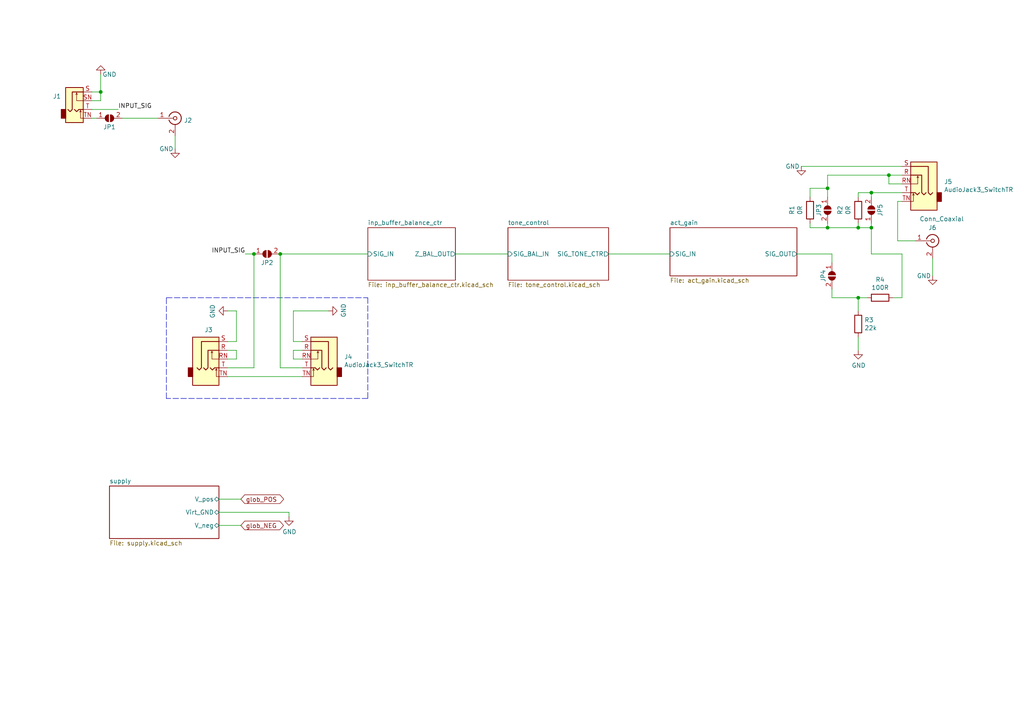
<source format=kicad_sch>
(kicad_sch (version 20211123) (generator eeschema)
  (paper "A4")
  (lib_symbols
    (symbol "Connector:AudioJack2_Switch"
      (property "Reference" "J" (at 0 11.43 0))
      (property "Value" "AudioJack2_Switch" (at 0 8.89 0))
      (symbol "AudioJack2_Switch_0_1"
        (rectangle (start -2.54 0) (end -3.81 -2.54) (stroke (width 0.254)) (fill (type outline)))
        (rectangle (start 2.54 6.35) (end -2.54 -3.81) (stroke (width 0.254)) (fill (type background)))
      )
      (symbol "AudioJack2_Switch_1_1"
        (polyline (pts (xy 0.635 4.826) (xy 0.889 4.318)))
        (polyline (pts (xy 1.778 -0.254) (xy 2.032 -0.762)))
        (polyline (pts (xy 0 0) (xy 0.635 -0.635) (xy 1.27 0) (xy 2.54 0)) (stroke (width 0.254)))
        (polyline (pts (xy 2.54 -2.54) (xy 1.778 -2.54) (xy 1.778 -0.254) (xy 1.524 -0.762)))
        (polyline (pts (xy 2.54 2.54) (xy 0.635 2.54) (xy 0.635 4.826) (xy 0.381 4.318)))
        (polyline (pts (xy 2.54 5.08) (xy -0.635 5.08) (xy -0.635 0) (xy -1.27 -0.635) (xy -1.905 0)) (stroke (width 0.254)))
        (pin passive line (at 5.08 5.08 180) (length 2.54) (name "~") (number "S"))
        (pin passive line (at 5.08 2.54 180) (length 2.54) (name "~") (number "SN"))
        (pin passive line (at 5.08 0 180) (length 2.54) (name "~") (number "T"))
        (pin passive line (at 5.08 -2.54 180) (length 2.54) (name "~") (number "TN"))
      )
    )
    (symbol "Connector:AudioJack3_SwitchTR"
      (property "Reference" "J" (at 0 8.89 0))
      (property "Value" "AudioJack3_SwitchTR" (at 0 6.35 0))
      (symbol "AudioJack3_SwitchTR_0_1"
        (rectangle (start -5.08 -5.08) (end -6.35 -7.62) (stroke (width 0.254)) (fill (type outline)))
        (polyline (pts (xy 0.508 -0.254) (xy 0.762 -0.762)))
        (polyline (pts (xy 1.778 -5.334) (xy 2.032 -5.842)))
        (polyline (pts (xy 0 -5.08) (xy 0.635 -5.715) (xy 1.27 -5.08) (xy 2.54 -5.08)) (stroke (width 0.254)))
        (polyline (pts (xy 2.54 -7.62) (xy 1.778 -7.62) (xy 1.778 -5.334) (xy 1.524 -5.842)))
        (polyline (pts (xy 2.54 -2.54) (xy 0.508 -2.54) (xy 0.508 -0.254) (xy 0.254 -0.762)))
        (polyline (pts (xy -1.905 -5.08) (xy -1.27 -5.715) (xy -0.635 -5.08) (xy -0.635 0) (xy 2.54 0)) (stroke (width 0.254)))
        (polyline (pts (xy 2.54 2.54) (xy -2.54 2.54) (xy -2.54 -5.08) (xy -3.175 -5.715) (xy -3.81 -5.08)) (stroke (width 0.254)))
        (rectangle (start 2.54 3.81) (end -5.08 -10.16) (stroke (width 0.254)) (fill (type background)))
      )
      (symbol "AudioJack3_SwitchTR_1_1"
        (pin passive line (at 5.08 0 180) (length 2.54) (name "~") (number "R"))
        (pin passive line (at 5.08 -2.54 180) (length 2.54) (name "~") (number "RN"))
        (pin passive line (at 5.08 2.54 180) (length 2.54) (name "~") (number "S"))
        (pin passive line (at 5.08 -5.08 180) (length 2.54) (name "~") (number "T"))
        (pin passive line (at 5.08 -7.62 180) (length 2.54) (name "~") (number "TN"))
      )
    )
    (symbol "Connector:Conn_Coaxial" (pin_names (offset 1.016) hide)
      (property "Reference" "J" (at 0.254 3.048 0))
      (property "Value" "Conn_Coaxial" (at 2.921 0 90))
      (symbol "Conn_Coaxial_0_1"
        (arc (start -1.778 -0.508) (mid 0.2311 -1.8066) (end 1.778 0) (stroke (width 0.254)))
        (polyline (pts (xy -2.54 0) (xy -0.508 0)))
        (polyline (pts (xy 0 -2.54) (xy 0 -1.778)))
        (circle (center 0 0) (radius 0.508) (stroke (width 0.2032)))
        (arc (start 1.778 0) (mid 0.2099 1.8101) (end -1.778 0.508) (stroke (width 0.254)))
      )
      (symbol "Conn_Coaxial_1_1"
        (pin passive line (at -5.08 0 0) (length 2.54) (name "In") (number "1"))
        (pin passive line (at 0 -5.08 90) (length 2.54) (name "Ext") (number "2"))
      )
    )
    (symbol "Device:R" (pin_numbers hide) (pin_names (offset 0))
      (property "Reference" "R" (at 2.032 0 90))
      (property "Value" "R" (at 0 0 90))
      (symbol "R_0_1"
        (rectangle (start -1.016 -2.54) (end 1.016 2.54) (stroke (width 0.254)))
      )
      (symbol "R_1_1"
        (pin passive line (at 0 3.81 270) (length 1.27) (name "~") (number "1"))
        (pin passive line (at 0 -3.81 90) (length 1.27) (name "~") (number "2"))
      )
    )
    (symbol "Jumper:SolderJumper_2_Open" (pin_names (offset 0) hide)
      (property "Reference" "JP" (at 0 2.032 0))
      (property "Value" "SolderJumper_2_Open" (at 0 -2.54 0))
      (symbol "SolderJumper_2_Open_0_1"
        (arc (start -0.254 1.016) (mid -1.27 0) (end -0.254 -1.016))
        (arc (start -0.254 1.016) (mid -1.27 0) (end -0.254 -1.016) (fill (type outline)))
        (polyline (pts (xy -0.254 1.016) (xy -0.254 -1.016)))
        (polyline (pts (xy 0.254 1.016) (xy 0.254 -1.016)))
        (arc (start 0.254 -1.016) (mid 1.27 0) (end 0.254 1.016))
        (arc (start 0.254 -1.016) (mid 1.27 0) (end 0.254 1.016) (fill (type outline)))
      )
      (symbol "SolderJumper_2_Open_1_1"
        (pin passive line (at -3.81 0 0) (length 2.54) (name "A") (number "1"))
        (pin passive line (at 3.81 0 180) (length 2.54) (name "B") (number "2"))
      )
    )
    (symbol "power:GND" (power) (pin_names (offset 0))
      (property "Value" "GND" (at 0 -3.81 0))
      (symbol "GND_0_1"
        (polyline (pts (xy 0 0) (xy 0 -1.27) (xy 1.27 -1.27) (xy 0 -2.54) (xy -1.27 -1.27) (xy 0 -1.27)))
      )
      (symbol "GND_1_1"
        (pin power_in line (at 0 0 270) (length 0) hide (name "GND") (number "1"))
      )
    )
  )
  (junction (at 29.21 26.67))
  (junction (at 252.73 55.88))
  (junction (at 73.66 73.66))
  (junction (at 248.92 66.04))
  (junction (at 81.28 73.66))
  (junction (at 257.81 50.8))
  (junction (at 240.03 66.04))
  (junction (at 240.03 54.61))
  (junction (at 248.92 86.36))
  (junction (at 252.73 66.04))
  (wire (pts (xy 248.92 101.6) (xy 248.92 97.79)))
  (wire (pts (xy 240.03 54.61) (xy 240.03 57.15)))
  (wire (pts (xy 63.5 148.59) (xy 83.82 148.59)))
  (polyline (pts (xy 48.26 115.57) (xy 48.26 86.36)))
  (wire (pts (xy 85.09 104.14) (xy 87.63 104.14)))
  (wire (pts (xy 29.21 26.67) (xy 29.21 21.59)))
  (wire (pts (xy 248.92 57.15) (xy 248.92 55.88)))
  (polyline (pts (xy 106.68 86.36) (xy 106.68 115.57)))
  (wire (pts (xy 241.3 73.66) (xy 241.3 76.2)))
  (wire (pts (xy 261.62 58.42) (xy 260.35 58.42)))
  (wire (pts (xy 241.3 83.82) (xy 241.3 86.36)))
  (wire (pts (xy 265.43 69.85) (xy 260.35 69.85)))
  (wire (pts (xy 252.73 57.15) (xy 252.73 55.88)))
  (wire (pts (xy 63.5 152.4) (xy 69.85 152.4)))
  (wire (pts (xy 87.63 99.06) (xy 85.09 99.06)))
  (wire (pts (xy 248.92 66.04) (xy 252.73 66.04)))
  (wire (pts (xy 29.21 29.21) (xy 29.21 26.67)))
  (wire (pts (xy 68.58 104.14) (xy 66.04 104.14)))
  (wire (pts (xy 252.73 73.66) (xy 261.62 73.66)))
  (wire (pts (xy 35.56 34.29) (xy 45.72 34.29)))
  (wire (pts (xy 240.03 66.04) (xy 248.92 66.04)))
  (wire (pts (xy 66.04 99.06) (xy 68.58 99.06)))
  (wire (pts (xy 234.95 57.15) (xy 234.95 54.61)))
  (wire (pts (xy 240.03 50.8) (xy 240.03 54.61)))
  (wire (pts (xy 85.09 99.06) (xy 85.09 90.17)))
  (wire (pts (xy 26.67 29.21) (xy 29.21 29.21)))
  (wire (pts (xy 66.04 101.6) (xy 68.58 101.6)))
  (wire (pts (xy 85.09 90.17) (xy 95.25 90.17)))
  (wire (pts (xy 68.58 90.17) (xy 66.04 90.17)))
  (wire (pts (xy 252.73 66.04) (xy 252.73 73.66)))
  (wire (pts (xy 63.5 144.78) (xy 69.85 144.78)))
  (wire (pts (xy 248.92 66.04) (xy 248.92 64.77)))
  (wire (pts (xy 87.63 106.68) (xy 81.28 106.68)))
  (wire (pts (xy 68.58 101.6) (xy 68.58 104.14)))
  (wire (pts (xy 240.03 64.77) (xy 240.03 66.04)))
  (wire (pts (xy 234.95 66.04) (xy 240.03 66.04)))
  (wire (pts (xy 26.67 31.75) (xy 34.29 31.75)))
  (wire (pts (xy 85.09 101.6) (xy 85.09 104.14)))
  (wire (pts (xy 147.32 73.66) (xy 132.08 73.66)))
  (wire (pts (xy 81.28 73.66) (xy 106.68 73.66)))
  (wire (pts (xy 73.66 106.68) (xy 66.04 106.68)))
  (wire (pts (xy 257.81 53.34) (xy 257.81 50.8)))
  (wire (pts (xy 26.67 26.67) (xy 29.21 26.67)))
  (wire (pts (xy 27.94 34.29) (xy 26.67 34.29)))
  (wire (pts (xy 234.95 54.61) (xy 240.03 54.61)))
  (wire (pts (xy 252.73 64.77) (xy 252.73 66.04)))
  (polyline (pts (xy 106.68 115.57) (xy 48.26 115.57)))
  (wire (pts (xy 71.12 73.66) (xy 73.66 73.66)))
  (wire (pts (xy 66.04 109.22) (xy 87.63 109.22)))
  (wire (pts (xy 260.35 58.42) (xy 260.35 69.85)))
  (wire (pts (xy 261.62 53.34) (xy 257.81 53.34)))
  (wire (pts (xy 176.53 73.66) (xy 194.31 73.66)))
  (wire (pts (xy 241.3 86.36) (xy 248.92 86.36)))
  (wire (pts (xy 248.92 55.88) (xy 252.73 55.88)))
  (polyline (pts (xy 48.26 86.36) (xy 106.68 86.36)))
  (wire (pts (xy 83.82 148.59) (xy 83.82 149.86)))
  (wire (pts (xy 257.81 50.8) (xy 261.62 50.8)))
  (wire (pts (xy 50.8 39.37) (xy 50.8 43.18)))
  (wire (pts (xy 231.14 73.66) (xy 241.3 73.66)))
  (wire (pts (xy 240.03 50.8) (xy 257.81 50.8)))
  (wire (pts (xy 270.51 80.01) (xy 270.51 74.93)))
  (wire (pts (xy 248.92 86.36) (xy 251.46 86.36)))
  (wire (pts (xy 73.66 73.66) (xy 73.66 106.68)))
  (wire (pts (xy 68.58 99.06) (xy 68.58 90.17)))
  (wire (pts (xy 259.08 86.36) (xy 261.62 86.36)))
  (wire (pts (xy 87.63 101.6) (xy 85.09 101.6)))
  (wire (pts (xy 261.62 55.88) (xy 252.73 55.88)))
  (wire (pts (xy 261.62 73.66) (xy 261.62 86.36)))
  (wire (pts (xy 234.95 64.77) (xy 234.95 66.04)))
  (wire (pts (xy 232.41 48.26) (xy 261.62 48.26)))
  (wire (pts (xy 248.92 86.36) (xy 248.92 90.17)))
  (wire (pts (xy 81.28 73.66) (xy 81.28 106.68)))
  (label "INPUT_SIG" (at 34.29 31.75 0))
  (label "INPUT_SIG" (at 71.12 73.66 180))
  (global_label "glob_POS" (shape bidirectional) (at 69.85 144.78 0) (property "Intersheet References" "${INTERSHEET_REFS}" (effects hide)))
  (global_label "glob_NEG" (shape bidirectional) (at 69.85 152.4 0) (property "Intersheet References" "${INTERSHEET_REFS}" (effects hide)))
  (symbol (lib_id "Connector:Conn_Coaxial") (at 50.8 34.29 0) (unit 1)
    (property "Reference" "J2" (at 53.34 34.925 0) (effects (justify left)))
    (property "Value" "Conn_Coaxial" (effects hide))
    (property "Footprint" "Connector_RCA:156-0096-E" (effects hide))
    (property "Datasheet" " ~" (effects hide))
  )
  (symbol (lib_id "power:GND") (at 50.8 43.18 0) (unit 1)
    (property "Reference" "#PWR02" (effects hide))
    (property "Value" "GND" (at 48.26 43.18 0))
  )
  (symbol (lib_id "Device:R") (at 248.92 93.98 180) (unit 1)
    (property "Reference" "R3" (at 250.698 92.8116 0) (effects (justify right)))
    (property "Value" "22k" (at 250.698 95.123 0) (effects (justify right)))
    (property "Footprint" "Resistor_SMD:R_0805_2012Metric_Pad1.20x1.40mm_HandSolder" (effects hide))
  )
  (symbol (lib_id "Device:R") (at 255.27 86.36 90) (unit 1)
    (property "Reference" "R4" (at 255.27 81.1022 90))
    (property "Value" "100R" (at 255.27 83.4136 90))
    (property "Footprint" "Resistor_SMD:R_0805_2012Metric_Pad1.20x1.40mm_HandSolder" (effects hide))
  )
  (symbol (lib_id "power:GND") (at 248.92 101.6 0) (unit 1)
    (property "Reference" "#PWR07" (effects hide))
    (property "Value" "GND" (at 249.047 105.9942 0))
  )
  (symbol (lib_id "Connector:Conn_Coaxial") (at 270.51 69.85 0) (unit 1)
    (property "Reference" "J6" (at 269.24 66.04 0) (effects (justify left)))
    (property "Value" "Conn_Coaxial" (at 266.7 63.5 0) (effects (justify left)))
    (property "Footprint" "Connector_RCA:156-0096-E" (effects hide))
    (property "Datasheet" " ~" (effects hide))
  )
  (symbol (lib_id "power:GND") (at 270.51 80.01 0) (unit 1)
    (property "Reference" "#PWR08" (effects hide))
    (property "Value" "GND" (at 267.97 80.01 0))
  )
  (symbol (lib_id "power:GND") (at 232.41 48.26 0) (unit 1)
    (property "Reference" "#PWR06" (effects hide))
    (property "Value" "GND" (at 229.87 48.26 0))
  )
  (symbol (lib_id "power:GND") (at 83.82 149.86 0) (unit 1)
    (property "Reference" "#PWR04" (effects hide))
    (property "Value" "GND" (at 83.947 154.2542 0))
  )
  (symbol (lib_id "Connector:AudioJack2_Switch") (at 21.59 31.75 0) (unit 1)
    (property "Reference" "J1" (at 16.51 27.94 0))
    (property "Value" "AudioJack2_Switch" (effects hide))
    (property "Footprint" "Connector_Audio:Jack_6.35mm_Neutrik_NMJ4HHD2_Horizontal" (effects hide))
  )
  (symbol (lib_id "Jumper:SolderJumper_2_Open") (at 31.75 34.29 0) (unit 1)
    (property "Reference" "JP1" (at 31.75 36.83 0))
    (property "Value" "SolderJumper_2_Open" (effects hide))
    (property "Footprint" "Jumper:SolderJumper-2_P1.3mm_Open_RoundedPad1.0x1.5mm" (effects hide))
  )
  (symbol (lib_id "Jumper:SolderJumper_2_Open") (at 240.03 60.96 270) (unit 1)
    (property "Reference" "JP3" (at 237.49 60.96 0))
    (property "Value" "SolderJumper_2_Open" (effects hide))
    (property "Footprint" "Jumper:SolderJumper-2_P1.3mm_Open_RoundedPad1.0x1.5mm" (effects hide))
  )
  (symbol (lib_id "Jumper:SolderJumper_2_Open") (at 252.73 60.96 90) (unit 1)
    (property "Reference" "JP5" (at 255.27 60.96 0))
    (property "Value" "SolderJumper_2_Open" (effects hide))
    (property "Footprint" "Jumper:SolderJumper-2_P1.3mm_Open_RoundedPad1.0x1.5mm" (effects hide))
  )
  (symbol (lib_id "Jumper:SolderJumper_2_Open") (at 241.3 80.01 270) (unit 1)
    (property "Reference" "JP4" (at 238.76 80.01 0))
    (property "Value" "SolderJumper_2_Open" (effects hide))
    (property "Footprint" "Jumper:SolderJumper-2_P1.3mm_Open_RoundedPad1.0x1.5mm" (effects hide))
  )
  (symbol (lib_id "Connector:AudioJack3_SwitchTR") (at 266.7 50.8 0) (mirror y) (unit 1)
    (property "Reference" "J5" (at 273.812 52.705 0) (effects (justify right)))
    (property "Value" "AudioJack3_SwitchTR" (at 273.812 55.0164 0) (effects (justify right)))
    (property "Footprint" "Connector_Audio:Jack_3.5mm_CUI_SJ1-3535NG_Horizontal" (effects hide))
  )
  (symbol (lib_id "Connector:AudioJack3_SwitchTR") (at 60.96 101.6 0) (unit 1)
    (property "Reference" "J3" (at 60.5028 95.6818 0))
    (property "Value" "AudioJack3_SwitchTR" (effects hide))
    (property "Footprint" "Connector_Audio:Jack_3.5mm_CUI_SJ1-3535NG_Horizontal" (effects hide))
  )
  (symbol (lib_id "Connector:AudioJack3_SwitchTR") (at 92.71 101.6 0) (mirror y) (unit 1)
    (property "Reference" "J4" (at 99.822 103.505 0) (effects (justify right)))
    (property "Value" "AudioJack3_SwitchTR" (at 99.822 105.8164 0) (effects (justify right)))
    (property "Footprint" "Connector_Audio:Jack_3.5mm_CUI_SJ1-3535NG_Horizontal" (effects hide))
  )
  (symbol (lib_id "power:GND") (at 66.04 90.17 270) (unit 1)
    (property "Reference" "#PWR03" (effects hide))
    (property "Value" "GND" (at 61.6458 90.297 0))
  )
  (symbol (lib_id "power:GND") (at 95.25 90.17 90) (unit 1)
    (property "Reference" "#PWR05" (effects hide))
    (property "Value" "GND" (at 99.6442 90.043 0))
  )
  (symbol (lib_id "Jumper:SolderJumper_2_Open") (at 77.47 73.66 0) (unit 1)
    (property "Reference" "JP2" (at 77.47 76.2 0))
    (property "Value" "SolderJumper_2_Open" (effects hide))
    (property "Footprint" "Jumper:SolderJumper-2_P1.3mm_Open_RoundedPad1.0x1.5mm" (effects hide))
  )
  (symbol (lib_id "power:GND") (at 29.21 21.59 180) (unit 1)
    (property "Reference" "#PWR01" (effects hide))
    (property "Value" "GND" (at 31.75 21.59 0))
  )
  (symbol (lib_id "Device:R") (at 234.95 60.96 180) (unit 1)
    (property "Reference" "R1" (at 229.6922 60.96 90))
    (property "Value" "0R" (at 232.0036 60.96 90))
    (property "Footprint" "Resistor_SMD:R_0805_2012Metric_Pad1.20x1.40mm_HandSolder" (effects hide))
  )
  (symbol (lib_id "Device:R") (at 248.92 60.96 180) (unit 1)
    (property "Reference" "R2" (at 243.6622 60.96 90))
    (property "Value" "0R" (at 245.9736 60.96 90))
    (property "Footprint" "Resistor_SMD:R_0805_2012Metric_Pad1.20x1.40mm_HandSolder" (effects hide))
  )
  (sheet (at 106.68 66.04) (size 25.4 15.24)
    (property "Sheet name" "inp_buffer_balance_ctr" (at 106.68 65.3284 0) (effects (justify left bottom)))
    (property "Sheet file" "inp_buffer_balance_ctr.kicad_sch" (at 106.68 81.8646 0) (effects (justify left top)))
    (pin "Z_BAL_OUT" output (at 132.08 73.66 0))
    (pin "SIG_IN" input (at 106.68 73.66 180))
  )
  (sheet (at 147.32 66.04) (size 29.21 15.24)
    (property "Sheet name" "tone_control" (at 147.32 65.3284 0) (effects (justify left bottom)))
    (property "Sheet file" "tone_control.kicad_sch" (at 147.32 81.8646 0) (effects (justify left top)))
    (pin "SIG_TONE_CTR" output (at 176.53 73.66 0))
    (pin "SIG_BAL_IN" input (at 147.32 73.66 180))
  )
  (sheet (at 194.31 66.04) (size 36.83 13.97)
    (property "Sheet name" "act_gain" (at 194.31 65.3284 0) (effects (justify left bottom)))
    (property "Sheet file" "act_gain.kicad_sch" (at 194.31 80.5946 0) (effects (justify left top)))
    (pin "SIG_OUT" output (at 231.14 73.66 0))
    (pin "SIG_IN" input (at 194.31 73.66 180))
  )
  (sheet (at 31.75 140.97) (size 31.75 15.24)
    (property "Sheet name" "supply" (at 31.75 140.2584 0) (effects (justify left bottom)))
    (property "Sheet file" "supply.kicad_sch" (at 31.75 156.7946 0) (effects (justify left top)))
    (pin "V_pos" bidirectional (at 63.5 144.78 0))
    (pin "V_neg" bidirectional (at 63.5 152.4 0))
    (pin "Virt_GND" bidirectional (at 63.5 148.59 0))
  )
)
</source>
